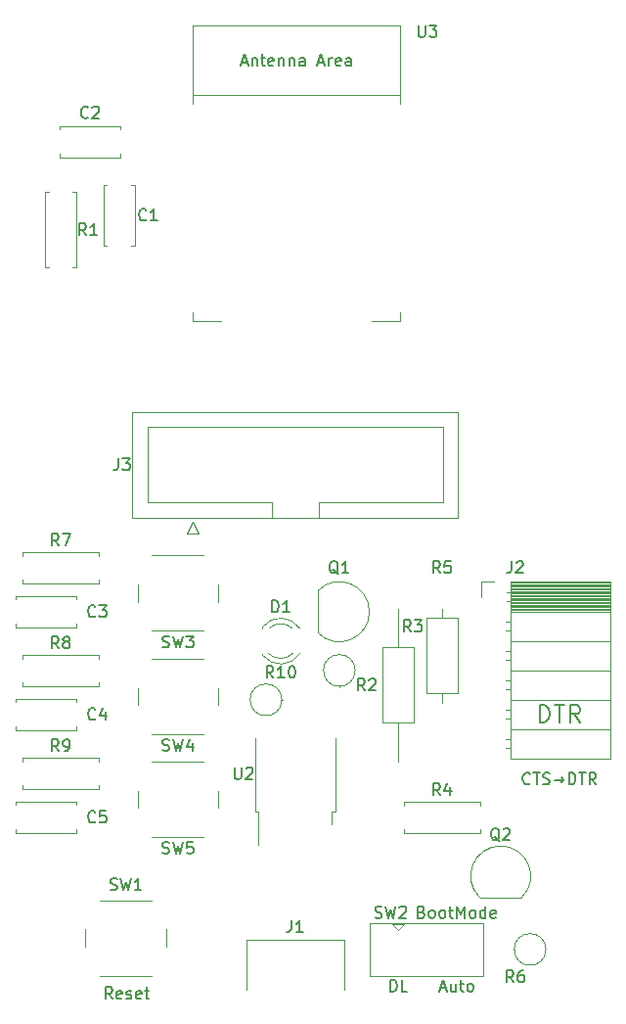
<source format=gbr>
%TF.GenerationSoftware,KiCad,Pcbnew,7.0.7*%
%TF.CreationDate,2024-10-11T15:58:01+09:00*%
%TF.ProjectId,ESP32-hub75,45535033-322d-4687-9562-37352e6b6963,rev?*%
%TF.SameCoordinates,Original*%
%TF.FileFunction,Legend,Top*%
%TF.FilePolarity,Positive*%
%FSLAX46Y46*%
G04 Gerber Fmt 4.6, Leading zero omitted, Abs format (unit mm)*
G04 Created by KiCad (PCBNEW 7.0.7) date 2024-10-11 15:58:01*
%MOMM*%
%LPD*%
G01*
G04 APERTURE LIST*
%ADD10C,0.150000*%
%ADD11C,0.200000*%
%ADD12C,0.120000*%
G04 APERTURE END LIST*
D10*
X69513333Y-84274819D02*
X69180000Y-83798628D01*
X68941905Y-84274819D02*
X68941905Y-83274819D01*
X68941905Y-83274819D02*
X69322857Y-83274819D01*
X69322857Y-83274819D02*
X69418095Y-83322438D01*
X69418095Y-83322438D02*
X69465714Y-83370057D01*
X69465714Y-83370057D02*
X69513333Y-83465295D01*
X69513333Y-83465295D02*
X69513333Y-83608152D01*
X69513333Y-83608152D02*
X69465714Y-83703390D01*
X69465714Y-83703390D02*
X69418095Y-83751009D01*
X69418095Y-83751009D02*
X69322857Y-83798628D01*
X69322857Y-83798628D02*
X68941905Y-83798628D01*
X69894286Y-83370057D02*
X69941905Y-83322438D01*
X69941905Y-83322438D02*
X70037143Y-83274819D01*
X70037143Y-83274819D02*
X70275238Y-83274819D01*
X70275238Y-83274819D02*
X70370476Y-83322438D01*
X70370476Y-83322438D02*
X70418095Y-83370057D01*
X70418095Y-83370057D02*
X70465714Y-83465295D01*
X70465714Y-83465295D02*
X70465714Y-83560533D01*
X70465714Y-83560533D02*
X70418095Y-83703390D01*
X70418095Y-83703390D02*
X69846667Y-84274819D01*
X69846667Y-84274819D02*
X70465714Y-84274819D01*
X47486667Y-101499200D02*
X47629524Y-101546819D01*
X47629524Y-101546819D02*
X47867619Y-101546819D01*
X47867619Y-101546819D02*
X47962857Y-101499200D01*
X47962857Y-101499200D02*
X48010476Y-101451580D01*
X48010476Y-101451580D02*
X48058095Y-101356342D01*
X48058095Y-101356342D02*
X48058095Y-101261104D01*
X48058095Y-101261104D02*
X48010476Y-101165866D01*
X48010476Y-101165866D02*
X47962857Y-101118247D01*
X47962857Y-101118247D02*
X47867619Y-101070628D01*
X47867619Y-101070628D02*
X47677143Y-101023009D01*
X47677143Y-101023009D02*
X47581905Y-100975390D01*
X47581905Y-100975390D02*
X47534286Y-100927771D01*
X47534286Y-100927771D02*
X47486667Y-100832533D01*
X47486667Y-100832533D02*
X47486667Y-100737295D01*
X47486667Y-100737295D02*
X47534286Y-100642057D01*
X47534286Y-100642057D02*
X47581905Y-100594438D01*
X47581905Y-100594438D02*
X47677143Y-100546819D01*
X47677143Y-100546819D02*
X47915238Y-100546819D01*
X47915238Y-100546819D02*
X48058095Y-100594438D01*
X48391429Y-100546819D02*
X48629524Y-101546819D01*
X48629524Y-101546819D02*
X48820000Y-100832533D01*
X48820000Y-100832533D02*
X49010476Y-101546819D01*
X49010476Y-101546819D02*
X49248572Y-100546819D01*
X50153333Y-101546819D02*
X49581905Y-101546819D01*
X49867619Y-101546819D02*
X49867619Y-100546819D01*
X49867619Y-100546819D02*
X49772381Y-100689676D01*
X49772381Y-100689676D02*
X49677143Y-100784914D01*
X49677143Y-100784914D02*
X49581905Y-100832533D01*
X47656904Y-110944819D02*
X47323571Y-110468628D01*
X47085476Y-110944819D02*
X47085476Y-109944819D01*
X47085476Y-109944819D02*
X47466428Y-109944819D01*
X47466428Y-109944819D02*
X47561666Y-109992438D01*
X47561666Y-109992438D02*
X47609285Y-110040057D01*
X47609285Y-110040057D02*
X47656904Y-110135295D01*
X47656904Y-110135295D02*
X47656904Y-110278152D01*
X47656904Y-110278152D02*
X47609285Y-110373390D01*
X47609285Y-110373390D02*
X47561666Y-110421009D01*
X47561666Y-110421009D02*
X47466428Y-110468628D01*
X47466428Y-110468628D02*
X47085476Y-110468628D01*
X48466428Y-110897200D02*
X48371190Y-110944819D01*
X48371190Y-110944819D02*
X48180714Y-110944819D01*
X48180714Y-110944819D02*
X48085476Y-110897200D01*
X48085476Y-110897200D02*
X48037857Y-110801961D01*
X48037857Y-110801961D02*
X48037857Y-110421009D01*
X48037857Y-110421009D02*
X48085476Y-110325771D01*
X48085476Y-110325771D02*
X48180714Y-110278152D01*
X48180714Y-110278152D02*
X48371190Y-110278152D01*
X48371190Y-110278152D02*
X48466428Y-110325771D01*
X48466428Y-110325771D02*
X48514047Y-110421009D01*
X48514047Y-110421009D02*
X48514047Y-110516247D01*
X48514047Y-110516247D02*
X48037857Y-110611485D01*
X48895000Y-110897200D02*
X48990238Y-110944819D01*
X48990238Y-110944819D02*
X49180714Y-110944819D01*
X49180714Y-110944819D02*
X49275952Y-110897200D01*
X49275952Y-110897200D02*
X49323571Y-110801961D01*
X49323571Y-110801961D02*
X49323571Y-110754342D01*
X49323571Y-110754342D02*
X49275952Y-110659104D01*
X49275952Y-110659104D02*
X49180714Y-110611485D01*
X49180714Y-110611485D02*
X49037857Y-110611485D01*
X49037857Y-110611485D02*
X48942619Y-110563866D01*
X48942619Y-110563866D02*
X48895000Y-110468628D01*
X48895000Y-110468628D02*
X48895000Y-110421009D01*
X48895000Y-110421009D02*
X48942619Y-110325771D01*
X48942619Y-110325771D02*
X49037857Y-110278152D01*
X49037857Y-110278152D02*
X49180714Y-110278152D01*
X49180714Y-110278152D02*
X49275952Y-110325771D01*
X50133095Y-110897200D02*
X50037857Y-110944819D01*
X50037857Y-110944819D02*
X49847381Y-110944819D01*
X49847381Y-110944819D02*
X49752143Y-110897200D01*
X49752143Y-110897200D02*
X49704524Y-110801961D01*
X49704524Y-110801961D02*
X49704524Y-110421009D01*
X49704524Y-110421009D02*
X49752143Y-110325771D01*
X49752143Y-110325771D02*
X49847381Y-110278152D01*
X49847381Y-110278152D02*
X50037857Y-110278152D01*
X50037857Y-110278152D02*
X50133095Y-110325771D01*
X50133095Y-110325771D02*
X50180714Y-110421009D01*
X50180714Y-110421009D02*
X50180714Y-110516247D01*
X50180714Y-110516247D02*
X49704524Y-110611485D01*
X50466429Y-110278152D02*
X50847381Y-110278152D01*
X50609286Y-109944819D02*
X50609286Y-110801961D01*
X50609286Y-110801961D02*
X50656905Y-110897200D01*
X50656905Y-110897200D02*
X50752143Y-110944819D01*
X50752143Y-110944819D02*
X50847381Y-110944819D01*
X70421667Y-103912200D02*
X70564524Y-103959819D01*
X70564524Y-103959819D02*
X70802619Y-103959819D01*
X70802619Y-103959819D02*
X70897857Y-103912200D01*
X70897857Y-103912200D02*
X70945476Y-103864580D01*
X70945476Y-103864580D02*
X70993095Y-103769342D01*
X70993095Y-103769342D02*
X70993095Y-103674104D01*
X70993095Y-103674104D02*
X70945476Y-103578866D01*
X70945476Y-103578866D02*
X70897857Y-103531247D01*
X70897857Y-103531247D02*
X70802619Y-103483628D01*
X70802619Y-103483628D02*
X70612143Y-103436009D01*
X70612143Y-103436009D02*
X70516905Y-103388390D01*
X70516905Y-103388390D02*
X70469286Y-103340771D01*
X70469286Y-103340771D02*
X70421667Y-103245533D01*
X70421667Y-103245533D02*
X70421667Y-103150295D01*
X70421667Y-103150295D02*
X70469286Y-103055057D01*
X70469286Y-103055057D02*
X70516905Y-103007438D01*
X70516905Y-103007438D02*
X70612143Y-102959819D01*
X70612143Y-102959819D02*
X70850238Y-102959819D01*
X70850238Y-102959819D02*
X70993095Y-103007438D01*
X71326429Y-102959819D02*
X71564524Y-103959819D01*
X71564524Y-103959819D02*
X71755000Y-103245533D01*
X71755000Y-103245533D02*
X71945476Y-103959819D01*
X71945476Y-103959819D02*
X72183572Y-102959819D01*
X72516905Y-103055057D02*
X72564524Y-103007438D01*
X72564524Y-103007438D02*
X72659762Y-102959819D01*
X72659762Y-102959819D02*
X72897857Y-102959819D01*
X72897857Y-102959819D02*
X72993095Y-103007438D01*
X72993095Y-103007438D02*
X73040714Y-103055057D01*
X73040714Y-103055057D02*
X73088333Y-103150295D01*
X73088333Y-103150295D02*
X73088333Y-103245533D01*
X73088333Y-103245533D02*
X73040714Y-103388390D01*
X73040714Y-103388390D02*
X72469286Y-103959819D01*
X72469286Y-103959819D02*
X73088333Y-103959819D01*
X71723333Y-110309819D02*
X71723333Y-109309819D01*
X71723333Y-109309819D02*
X71961428Y-109309819D01*
X71961428Y-109309819D02*
X72104285Y-109357438D01*
X72104285Y-109357438D02*
X72199523Y-109452676D01*
X72199523Y-109452676D02*
X72247142Y-109547914D01*
X72247142Y-109547914D02*
X72294761Y-109738390D01*
X72294761Y-109738390D02*
X72294761Y-109881247D01*
X72294761Y-109881247D02*
X72247142Y-110071723D01*
X72247142Y-110071723D02*
X72199523Y-110166961D01*
X72199523Y-110166961D02*
X72104285Y-110262200D01*
X72104285Y-110262200D02*
X71961428Y-110309819D01*
X71961428Y-110309819D02*
X71723333Y-110309819D01*
X73199523Y-110309819D02*
X72723333Y-110309819D01*
X72723333Y-110309819D02*
X72723333Y-109309819D01*
X76041428Y-110024104D02*
X76517618Y-110024104D01*
X75946190Y-110309819D02*
X76279523Y-109309819D01*
X76279523Y-109309819D02*
X76612856Y-110309819D01*
X77374761Y-109643152D02*
X77374761Y-110309819D01*
X76946190Y-109643152D02*
X76946190Y-110166961D01*
X76946190Y-110166961D02*
X76993809Y-110262200D01*
X76993809Y-110262200D02*
X77089047Y-110309819D01*
X77089047Y-110309819D02*
X77231904Y-110309819D01*
X77231904Y-110309819D02*
X77327142Y-110262200D01*
X77327142Y-110262200D02*
X77374761Y-110214580D01*
X77708095Y-109643152D02*
X78089047Y-109643152D01*
X77850952Y-109309819D02*
X77850952Y-110166961D01*
X77850952Y-110166961D02*
X77898571Y-110262200D01*
X77898571Y-110262200D02*
X77993809Y-110309819D01*
X77993809Y-110309819D02*
X78089047Y-110309819D01*
X78565238Y-110309819D02*
X78470000Y-110262200D01*
X78470000Y-110262200D02*
X78422381Y-110214580D01*
X78422381Y-110214580D02*
X78374762Y-110119342D01*
X78374762Y-110119342D02*
X78374762Y-109833628D01*
X78374762Y-109833628D02*
X78422381Y-109738390D01*
X78422381Y-109738390D02*
X78470000Y-109690771D01*
X78470000Y-109690771D02*
X78565238Y-109643152D01*
X78565238Y-109643152D02*
X78708095Y-109643152D01*
X78708095Y-109643152D02*
X78803333Y-109690771D01*
X78803333Y-109690771D02*
X78850952Y-109738390D01*
X78850952Y-109738390D02*
X78898571Y-109833628D01*
X78898571Y-109833628D02*
X78898571Y-110119342D01*
X78898571Y-110119342D02*
X78850952Y-110214580D01*
X78850952Y-110214580D02*
X78803333Y-110262200D01*
X78803333Y-110262200D02*
X78708095Y-110309819D01*
X78708095Y-110309819D02*
X78565238Y-110309819D01*
X74446190Y-103436009D02*
X74589047Y-103483628D01*
X74589047Y-103483628D02*
X74636666Y-103531247D01*
X74636666Y-103531247D02*
X74684285Y-103626485D01*
X74684285Y-103626485D02*
X74684285Y-103769342D01*
X74684285Y-103769342D02*
X74636666Y-103864580D01*
X74636666Y-103864580D02*
X74589047Y-103912200D01*
X74589047Y-103912200D02*
X74493809Y-103959819D01*
X74493809Y-103959819D02*
X74112857Y-103959819D01*
X74112857Y-103959819D02*
X74112857Y-102959819D01*
X74112857Y-102959819D02*
X74446190Y-102959819D01*
X74446190Y-102959819D02*
X74541428Y-103007438D01*
X74541428Y-103007438D02*
X74589047Y-103055057D01*
X74589047Y-103055057D02*
X74636666Y-103150295D01*
X74636666Y-103150295D02*
X74636666Y-103245533D01*
X74636666Y-103245533D02*
X74589047Y-103340771D01*
X74589047Y-103340771D02*
X74541428Y-103388390D01*
X74541428Y-103388390D02*
X74446190Y-103436009D01*
X74446190Y-103436009D02*
X74112857Y-103436009D01*
X75255714Y-103959819D02*
X75160476Y-103912200D01*
X75160476Y-103912200D02*
X75112857Y-103864580D01*
X75112857Y-103864580D02*
X75065238Y-103769342D01*
X75065238Y-103769342D02*
X75065238Y-103483628D01*
X75065238Y-103483628D02*
X75112857Y-103388390D01*
X75112857Y-103388390D02*
X75160476Y-103340771D01*
X75160476Y-103340771D02*
X75255714Y-103293152D01*
X75255714Y-103293152D02*
X75398571Y-103293152D01*
X75398571Y-103293152D02*
X75493809Y-103340771D01*
X75493809Y-103340771D02*
X75541428Y-103388390D01*
X75541428Y-103388390D02*
X75589047Y-103483628D01*
X75589047Y-103483628D02*
X75589047Y-103769342D01*
X75589047Y-103769342D02*
X75541428Y-103864580D01*
X75541428Y-103864580D02*
X75493809Y-103912200D01*
X75493809Y-103912200D02*
X75398571Y-103959819D01*
X75398571Y-103959819D02*
X75255714Y-103959819D01*
X76160476Y-103959819D02*
X76065238Y-103912200D01*
X76065238Y-103912200D02*
X76017619Y-103864580D01*
X76017619Y-103864580D02*
X75970000Y-103769342D01*
X75970000Y-103769342D02*
X75970000Y-103483628D01*
X75970000Y-103483628D02*
X76017619Y-103388390D01*
X76017619Y-103388390D02*
X76065238Y-103340771D01*
X76065238Y-103340771D02*
X76160476Y-103293152D01*
X76160476Y-103293152D02*
X76303333Y-103293152D01*
X76303333Y-103293152D02*
X76398571Y-103340771D01*
X76398571Y-103340771D02*
X76446190Y-103388390D01*
X76446190Y-103388390D02*
X76493809Y-103483628D01*
X76493809Y-103483628D02*
X76493809Y-103769342D01*
X76493809Y-103769342D02*
X76446190Y-103864580D01*
X76446190Y-103864580D02*
X76398571Y-103912200D01*
X76398571Y-103912200D02*
X76303333Y-103959819D01*
X76303333Y-103959819D02*
X76160476Y-103959819D01*
X76779524Y-103293152D02*
X77160476Y-103293152D01*
X76922381Y-102959819D02*
X76922381Y-103816961D01*
X76922381Y-103816961D02*
X76970000Y-103912200D01*
X76970000Y-103912200D02*
X77065238Y-103959819D01*
X77065238Y-103959819D02*
X77160476Y-103959819D01*
X77493810Y-103959819D02*
X77493810Y-102959819D01*
X77493810Y-102959819D02*
X77827143Y-103674104D01*
X77827143Y-103674104D02*
X78160476Y-102959819D01*
X78160476Y-102959819D02*
X78160476Y-103959819D01*
X78779524Y-103959819D02*
X78684286Y-103912200D01*
X78684286Y-103912200D02*
X78636667Y-103864580D01*
X78636667Y-103864580D02*
X78589048Y-103769342D01*
X78589048Y-103769342D02*
X78589048Y-103483628D01*
X78589048Y-103483628D02*
X78636667Y-103388390D01*
X78636667Y-103388390D02*
X78684286Y-103340771D01*
X78684286Y-103340771D02*
X78779524Y-103293152D01*
X78779524Y-103293152D02*
X78922381Y-103293152D01*
X78922381Y-103293152D02*
X79017619Y-103340771D01*
X79017619Y-103340771D02*
X79065238Y-103388390D01*
X79065238Y-103388390D02*
X79112857Y-103483628D01*
X79112857Y-103483628D02*
X79112857Y-103769342D01*
X79112857Y-103769342D02*
X79065238Y-103864580D01*
X79065238Y-103864580D02*
X79017619Y-103912200D01*
X79017619Y-103912200D02*
X78922381Y-103959819D01*
X78922381Y-103959819D02*
X78779524Y-103959819D01*
X79970000Y-103959819D02*
X79970000Y-102959819D01*
X79970000Y-103912200D02*
X79874762Y-103959819D01*
X79874762Y-103959819D02*
X79684286Y-103959819D01*
X79684286Y-103959819D02*
X79589048Y-103912200D01*
X79589048Y-103912200D02*
X79541429Y-103864580D01*
X79541429Y-103864580D02*
X79493810Y-103769342D01*
X79493810Y-103769342D02*
X79493810Y-103483628D01*
X79493810Y-103483628D02*
X79541429Y-103388390D01*
X79541429Y-103388390D02*
X79589048Y-103340771D01*
X79589048Y-103340771D02*
X79684286Y-103293152D01*
X79684286Y-103293152D02*
X79874762Y-103293152D01*
X79874762Y-103293152D02*
X79970000Y-103340771D01*
X80827143Y-103912200D02*
X80731905Y-103959819D01*
X80731905Y-103959819D02*
X80541429Y-103959819D01*
X80541429Y-103959819D02*
X80446191Y-103912200D01*
X80446191Y-103912200D02*
X80398572Y-103816961D01*
X80398572Y-103816961D02*
X80398572Y-103436009D01*
X80398572Y-103436009D02*
X80446191Y-103340771D01*
X80446191Y-103340771D02*
X80541429Y-103293152D01*
X80541429Y-103293152D02*
X80731905Y-103293152D01*
X80731905Y-103293152D02*
X80827143Y-103340771D01*
X80827143Y-103340771D02*
X80874762Y-103436009D01*
X80874762Y-103436009D02*
X80874762Y-103531247D01*
X80874762Y-103531247D02*
X80398572Y-103626485D01*
X74168095Y-26759819D02*
X74168095Y-27569342D01*
X74168095Y-27569342D02*
X74215714Y-27664580D01*
X74215714Y-27664580D02*
X74263333Y-27712200D01*
X74263333Y-27712200D02*
X74358571Y-27759819D01*
X74358571Y-27759819D02*
X74549047Y-27759819D01*
X74549047Y-27759819D02*
X74644285Y-27712200D01*
X74644285Y-27712200D02*
X74691904Y-27664580D01*
X74691904Y-27664580D02*
X74739523Y-27569342D01*
X74739523Y-27569342D02*
X74739523Y-26759819D01*
X75120476Y-26759819D02*
X75739523Y-26759819D01*
X75739523Y-26759819D02*
X75406190Y-27140771D01*
X75406190Y-27140771D02*
X75549047Y-27140771D01*
X75549047Y-27140771D02*
X75644285Y-27188390D01*
X75644285Y-27188390D02*
X75691904Y-27236009D01*
X75691904Y-27236009D02*
X75739523Y-27331247D01*
X75739523Y-27331247D02*
X75739523Y-27569342D01*
X75739523Y-27569342D02*
X75691904Y-27664580D01*
X75691904Y-27664580D02*
X75644285Y-27712200D01*
X75644285Y-27712200D02*
X75549047Y-27759819D01*
X75549047Y-27759819D02*
X75263333Y-27759819D01*
X75263333Y-27759819D02*
X75168095Y-27712200D01*
X75168095Y-27712200D02*
X75120476Y-27664580D01*
X58838094Y-29969104D02*
X59314284Y-29969104D01*
X58742856Y-30254819D02*
X59076189Y-29254819D01*
X59076189Y-29254819D02*
X59409522Y-30254819D01*
X59742856Y-29588152D02*
X59742856Y-30254819D01*
X59742856Y-29683390D02*
X59790475Y-29635771D01*
X59790475Y-29635771D02*
X59885713Y-29588152D01*
X59885713Y-29588152D02*
X60028570Y-29588152D01*
X60028570Y-29588152D02*
X60123808Y-29635771D01*
X60123808Y-29635771D02*
X60171427Y-29731009D01*
X60171427Y-29731009D02*
X60171427Y-30254819D01*
X60504761Y-29588152D02*
X60885713Y-29588152D01*
X60647618Y-29254819D02*
X60647618Y-30111961D01*
X60647618Y-30111961D02*
X60695237Y-30207200D01*
X60695237Y-30207200D02*
X60790475Y-30254819D01*
X60790475Y-30254819D02*
X60885713Y-30254819D01*
X61599999Y-30207200D02*
X61504761Y-30254819D01*
X61504761Y-30254819D02*
X61314285Y-30254819D01*
X61314285Y-30254819D02*
X61219047Y-30207200D01*
X61219047Y-30207200D02*
X61171428Y-30111961D01*
X61171428Y-30111961D02*
X61171428Y-29731009D01*
X61171428Y-29731009D02*
X61219047Y-29635771D01*
X61219047Y-29635771D02*
X61314285Y-29588152D01*
X61314285Y-29588152D02*
X61504761Y-29588152D01*
X61504761Y-29588152D02*
X61599999Y-29635771D01*
X61599999Y-29635771D02*
X61647618Y-29731009D01*
X61647618Y-29731009D02*
X61647618Y-29826247D01*
X61647618Y-29826247D02*
X61171428Y-29921485D01*
X62076190Y-29588152D02*
X62076190Y-30254819D01*
X62076190Y-29683390D02*
X62123809Y-29635771D01*
X62123809Y-29635771D02*
X62219047Y-29588152D01*
X62219047Y-29588152D02*
X62361904Y-29588152D01*
X62361904Y-29588152D02*
X62457142Y-29635771D01*
X62457142Y-29635771D02*
X62504761Y-29731009D01*
X62504761Y-29731009D02*
X62504761Y-30254819D01*
X62980952Y-29588152D02*
X62980952Y-30254819D01*
X62980952Y-29683390D02*
X63028571Y-29635771D01*
X63028571Y-29635771D02*
X63123809Y-29588152D01*
X63123809Y-29588152D02*
X63266666Y-29588152D01*
X63266666Y-29588152D02*
X63361904Y-29635771D01*
X63361904Y-29635771D02*
X63409523Y-29731009D01*
X63409523Y-29731009D02*
X63409523Y-30254819D01*
X64314285Y-30254819D02*
X64314285Y-29731009D01*
X64314285Y-29731009D02*
X64266666Y-29635771D01*
X64266666Y-29635771D02*
X64171428Y-29588152D01*
X64171428Y-29588152D02*
X63980952Y-29588152D01*
X63980952Y-29588152D02*
X63885714Y-29635771D01*
X64314285Y-30207200D02*
X64219047Y-30254819D01*
X64219047Y-30254819D02*
X63980952Y-30254819D01*
X63980952Y-30254819D02*
X63885714Y-30207200D01*
X63885714Y-30207200D02*
X63838095Y-30111961D01*
X63838095Y-30111961D02*
X63838095Y-30016723D01*
X63838095Y-30016723D02*
X63885714Y-29921485D01*
X63885714Y-29921485D02*
X63980952Y-29873866D01*
X63980952Y-29873866D02*
X64219047Y-29873866D01*
X64219047Y-29873866D02*
X64314285Y-29826247D01*
X65504762Y-29969104D02*
X65980952Y-29969104D01*
X65409524Y-30254819D02*
X65742857Y-29254819D01*
X65742857Y-29254819D02*
X66076190Y-30254819D01*
X66409524Y-30254819D02*
X66409524Y-29588152D01*
X66409524Y-29778628D02*
X66457143Y-29683390D01*
X66457143Y-29683390D02*
X66504762Y-29635771D01*
X66504762Y-29635771D02*
X66600000Y-29588152D01*
X66600000Y-29588152D02*
X66695238Y-29588152D01*
X67409524Y-30207200D02*
X67314286Y-30254819D01*
X67314286Y-30254819D02*
X67123810Y-30254819D01*
X67123810Y-30254819D02*
X67028572Y-30207200D01*
X67028572Y-30207200D02*
X66980953Y-30111961D01*
X66980953Y-30111961D02*
X66980953Y-29731009D01*
X66980953Y-29731009D02*
X67028572Y-29635771D01*
X67028572Y-29635771D02*
X67123810Y-29588152D01*
X67123810Y-29588152D02*
X67314286Y-29588152D01*
X67314286Y-29588152D02*
X67409524Y-29635771D01*
X67409524Y-29635771D02*
X67457143Y-29731009D01*
X67457143Y-29731009D02*
X67457143Y-29826247D01*
X67457143Y-29826247D02*
X66980953Y-29921485D01*
X68314286Y-30254819D02*
X68314286Y-29731009D01*
X68314286Y-29731009D02*
X68266667Y-29635771D01*
X68266667Y-29635771D02*
X68171429Y-29588152D01*
X68171429Y-29588152D02*
X67980953Y-29588152D01*
X67980953Y-29588152D02*
X67885715Y-29635771D01*
X68314286Y-30207200D02*
X68219048Y-30254819D01*
X68219048Y-30254819D02*
X67980953Y-30254819D01*
X67980953Y-30254819D02*
X67885715Y-30207200D01*
X67885715Y-30207200D02*
X67838096Y-30111961D01*
X67838096Y-30111961D02*
X67838096Y-30016723D01*
X67838096Y-30016723D02*
X67885715Y-29921485D01*
X67885715Y-29921485D02*
X67980953Y-29873866D01*
X67980953Y-29873866D02*
X68219048Y-29873866D01*
X68219048Y-29873866D02*
X68314286Y-29826247D01*
X46188333Y-86719580D02*
X46140714Y-86767200D01*
X46140714Y-86767200D02*
X45997857Y-86814819D01*
X45997857Y-86814819D02*
X45902619Y-86814819D01*
X45902619Y-86814819D02*
X45759762Y-86767200D01*
X45759762Y-86767200D02*
X45664524Y-86671961D01*
X45664524Y-86671961D02*
X45616905Y-86576723D01*
X45616905Y-86576723D02*
X45569286Y-86386247D01*
X45569286Y-86386247D02*
X45569286Y-86243390D01*
X45569286Y-86243390D02*
X45616905Y-86052914D01*
X45616905Y-86052914D02*
X45664524Y-85957676D01*
X45664524Y-85957676D02*
X45759762Y-85862438D01*
X45759762Y-85862438D02*
X45902619Y-85814819D01*
X45902619Y-85814819D02*
X45997857Y-85814819D01*
X45997857Y-85814819D02*
X46140714Y-85862438D01*
X46140714Y-85862438D02*
X46188333Y-85910057D01*
X47045476Y-86148152D02*
X47045476Y-86814819D01*
X46807381Y-85767200D02*
X46569286Y-86481485D01*
X46569286Y-86481485D02*
X47188333Y-86481485D01*
X45553333Y-34689580D02*
X45505714Y-34737200D01*
X45505714Y-34737200D02*
X45362857Y-34784819D01*
X45362857Y-34784819D02*
X45267619Y-34784819D01*
X45267619Y-34784819D02*
X45124762Y-34737200D01*
X45124762Y-34737200D02*
X45029524Y-34641961D01*
X45029524Y-34641961D02*
X44981905Y-34546723D01*
X44981905Y-34546723D02*
X44934286Y-34356247D01*
X44934286Y-34356247D02*
X44934286Y-34213390D01*
X44934286Y-34213390D02*
X44981905Y-34022914D01*
X44981905Y-34022914D02*
X45029524Y-33927676D01*
X45029524Y-33927676D02*
X45124762Y-33832438D01*
X45124762Y-33832438D02*
X45267619Y-33784819D01*
X45267619Y-33784819D02*
X45362857Y-33784819D01*
X45362857Y-33784819D02*
X45505714Y-33832438D01*
X45505714Y-33832438D02*
X45553333Y-33880057D01*
X45934286Y-33880057D02*
X45981905Y-33832438D01*
X45981905Y-33832438D02*
X46077143Y-33784819D01*
X46077143Y-33784819D02*
X46315238Y-33784819D01*
X46315238Y-33784819D02*
X46410476Y-33832438D01*
X46410476Y-33832438D02*
X46458095Y-33880057D01*
X46458095Y-33880057D02*
X46505714Y-33975295D01*
X46505714Y-33975295D02*
X46505714Y-34070533D01*
X46505714Y-34070533D02*
X46458095Y-34213390D01*
X46458095Y-34213390D02*
X45886667Y-34784819D01*
X45886667Y-34784819D02*
X46505714Y-34784819D01*
X63166666Y-104174819D02*
X63166666Y-104889104D01*
X63166666Y-104889104D02*
X63119047Y-105031961D01*
X63119047Y-105031961D02*
X63023809Y-105127200D01*
X63023809Y-105127200D02*
X62880952Y-105174819D01*
X62880952Y-105174819D02*
X62785714Y-105174819D01*
X64166666Y-105174819D02*
X63595238Y-105174819D01*
X63880952Y-105174819D02*
X63880952Y-104174819D01*
X63880952Y-104174819D02*
X63785714Y-104317676D01*
X63785714Y-104317676D02*
X63690476Y-104412914D01*
X63690476Y-104412914D02*
X63595238Y-104460533D01*
X82383333Y-109504819D02*
X82050000Y-109028628D01*
X81811905Y-109504819D02*
X81811905Y-108504819D01*
X81811905Y-108504819D02*
X82192857Y-108504819D01*
X82192857Y-108504819D02*
X82288095Y-108552438D01*
X82288095Y-108552438D02*
X82335714Y-108600057D01*
X82335714Y-108600057D02*
X82383333Y-108695295D01*
X82383333Y-108695295D02*
X82383333Y-108838152D01*
X82383333Y-108838152D02*
X82335714Y-108933390D01*
X82335714Y-108933390D02*
X82288095Y-108981009D01*
X82288095Y-108981009D02*
X82192857Y-109028628D01*
X82192857Y-109028628D02*
X81811905Y-109028628D01*
X83240476Y-108504819D02*
X83050000Y-108504819D01*
X83050000Y-108504819D02*
X82954762Y-108552438D01*
X82954762Y-108552438D02*
X82907143Y-108600057D01*
X82907143Y-108600057D02*
X82811905Y-108742914D01*
X82811905Y-108742914D02*
X82764286Y-108933390D01*
X82764286Y-108933390D02*
X82764286Y-109314342D01*
X82764286Y-109314342D02*
X82811905Y-109409580D01*
X82811905Y-109409580D02*
X82859524Y-109457200D01*
X82859524Y-109457200D02*
X82954762Y-109504819D01*
X82954762Y-109504819D02*
X83145238Y-109504819D01*
X83145238Y-109504819D02*
X83240476Y-109457200D01*
X83240476Y-109457200D02*
X83288095Y-109409580D01*
X83288095Y-109409580D02*
X83335714Y-109314342D01*
X83335714Y-109314342D02*
X83335714Y-109076247D01*
X83335714Y-109076247D02*
X83288095Y-108981009D01*
X83288095Y-108981009D02*
X83240476Y-108933390D01*
X83240476Y-108933390D02*
X83145238Y-108885771D01*
X83145238Y-108885771D02*
X82954762Y-108885771D01*
X82954762Y-108885771D02*
X82859524Y-108933390D01*
X82859524Y-108933390D02*
X82811905Y-108981009D01*
X82811905Y-108981009D02*
X82764286Y-109076247D01*
X46188333Y-77829580D02*
X46140714Y-77877200D01*
X46140714Y-77877200D02*
X45997857Y-77924819D01*
X45997857Y-77924819D02*
X45902619Y-77924819D01*
X45902619Y-77924819D02*
X45759762Y-77877200D01*
X45759762Y-77877200D02*
X45664524Y-77781961D01*
X45664524Y-77781961D02*
X45616905Y-77686723D01*
X45616905Y-77686723D02*
X45569286Y-77496247D01*
X45569286Y-77496247D02*
X45569286Y-77353390D01*
X45569286Y-77353390D02*
X45616905Y-77162914D01*
X45616905Y-77162914D02*
X45664524Y-77067676D01*
X45664524Y-77067676D02*
X45759762Y-76972438D01*
X45759762Y-76972438D02*
X45902619Y-76924819D01*
X45902619Y-76924819D02*
X45997857Y-76924819D01*
X45997857Y-76924819D02*
X46140714Y-76972438D01*
X46140714Y-76972438D02*
X46188333Y-77020057D01*
X46521667Y-76924819D02*
X47140714Y-76924819D01*
X47140714Y-76924819D02*
X46807381Y-77305771D01*
X46807381Y-77305771D02*
X46950238Y-77305771D01*
X46950238Y-77305771D02*
X47045476Y-77353390D01*
X47045476Y-77353390D02*
X47093095Y-77401009D01*
X47093095Y-77401009D02*
X47140714Y-77496247D01*
X47140714Y-77496247D02*
X47140714Y-77734342D01*
X47140714Y-77734342D02*
X47093095Y-77829580D01*
X47093095Y-77829580D02*
X47045476Y-77877200D01*
X47045476Y-77877200D02*
X46950238Y-77924819D01*
X46950238Y-77924819D02*
X46664524Y-77924819D01*
X46664524Y-77924819D02*
X46569286Y-77877200D01*
X46569286Y-77877200D02*
X46521667Y-77829580D01*
X46188333Y-95609580D02*
X46140714Y-95657200D01*
X46140714Y-95657200D02*
X45997857Y-95704819D01*
X45997857Y-95704819D02*
X45902619Y-95704819D01*
X45902619Y-95704819D02*
X45759762Y-95657200D01*
X45759762Y-95657200D02*
X45664524Y-95561961D01*
X45664524Y-95561961D02*
X45616905Y-95466723D01*
X45616905Y-95466723D02*
X45569286Y-95276247D01*
X45569286Y-95276247D02*
X45569286Y-95133390D01*
X45569286Y-95133390D02*
X45616905Y-94942914D01*
X45616905Y-94942914D02*
X45664524Y-94847676D01*
X45664524Y-94847676D02*
X45759762Y-94752438D01*
X45759762Y-94752438D02*
X45902619Y-94704819D01*
X45902619Y-94704819D02*
X45997857Y-94704819D01*
X45997857Y-94704819D02*
X46140714Y-94752438D01*
X46140714Y-94752438D02*
X46188333Y-94800057D01*
X47093095Y-94704819D02*
X46616905Y-94704819D01*
X46616905Y-94704819D02*
X46569286Y-95181009D01*
X46569286Y-95181009D02*
X46616905Y-95133390D01*
X46616905Y-95133390D02*
X46712143Y-95085771D01*
X46712143Y-95085771D02*
X46950238Y-95085771D01*
X46950238Y-95085771D02*
X47045476Y-95133390D01*
X47045476Y-95133390D02*
X47093095Y-95181009D01*
X47093095Y-95181009D02*
X47140714Y-95276247D01*
X47140714Y-95276247D02*
X47140714Y-95514342D01*
X47140714Y-95514342D02*
X47093095Y-95609580D01*
X47093095Y-95609580D02*
X47045476Y-95657200D01*
X47045476Y-95657200D02*
X46950238Y-95704819D01*
X46950238Y-95704819D02*
X46712143Y-95704819D01*
X46712143Y-95704819D02*
X46616905Y-95657200D01*
X46616905Y-95657200D02*
X46569286Y-95609580D01*
X61491905Y-77504819D02*
X61491905Y-76504819D01*
X61491905Y-76504819D02*
X61730000Y-76504819D01*
X61730000Y-76504819D02*
X61872857Y-76552438D01*
X61872857Y-76552438D02*
X61968095Y-76647676D01*
X61968095Y-76647676D02*
X62015714Y-76742914D01*
X62015714Y-76742914D02*
X62063333Y-76933390D01*
X62063333Y-76933390D02*
X62063333Y-77076247D01*
X62063333Y-77076247D02*
X62015714Y-77266723D01*
X62015714Y-77266723D02*
X61968095Y-77361961D01*
X61968095Y-77361961D02*
X61872857Y-77457200D01*
X61872857Y-77457200D02*
X61730000Y-77504819D01*
X61730000Y-77504819D02*
X61491905Y-77504819D01*
X63015714Y-77504819D02*
X62444286Y-77504819D01*
X62730000Y-77504819D02*
X62730000Y-76504819D01*
X62730000Y-76504819D02*
X62634762Y-76647676D01*
X62634762Y-76647676D02*
X62539524Y-76742914D01*
X62539524Y-76742914D02*
X62444286Y-76790533D01*
X52006667Y-98347200D02*
X52149524Y-98394819D01*
X52149524Y-98394819D02*
X52387619Y-98394819D01*
X52387619Y-98394819D02*
X52482857Y-98347200D01*
X52482857Y-98347200D02*
X52530476Y-98299580D01*
X52530476Y-98299580D02*
X52578095Y-98204342D01*
X52578095Y-98204342D02*
X52578095Y-98109104D01*
X52578095Y-98109104D02*
X52530476Y-98013866D01*
X52530476Y-98013866D02*
X52482857Y-97966247D01*
X52482857Y-97966247D02*
X52387619Y-97918628D01*
X52387619Y-97918628D02*
X52197143Y-97871009D01*
X52197143Y-97871009D02*
X52101905Y-97823390D01*
X52101905Y-97823390D02*
X52054286Y-97775771D01*
X52054286Y-97775771D02*
X52006667Y-97680533D01*
X52006667Y-97680533D02*
X52006667Y-97585295D01*
X52006667Y-97585295D02*
X52054286Y-97490057D01*
X52054286Y-97490057D02*
X52101905Y-97442438D01*
X52101905Y-97442438D02*
X52197143Y-97394819D01*
X52197143Y-97394819D02*
X52435238Y-97394819D01*
X52435238Y-97394819D02*
X52578095Y-97442438D01*
X52911429Y-97394819D02*
X53149524Y-98394819D01*
X53149524Y-98394819D02*
X53340000Y-97680533D01*
X53340000Y-97680533D02*
X53530476Y-98394819D01*
X53530476Y-98394819D02*
X53768572Y-97394819D01*
X54625714Y-97394819D02*
X54149524Y-97394819D01*
X54149524Y-97394819D02*
X54101905Y-97871009D01*
X54101905Y-97871009D02*
X54149524Y-97823390D01*
X54149524Y-97823390D02*
X54244762Y-97775771D01*
X54244762Y-97775771D02*
X54482857Y-97775771D01*
X54482857Y-97775771D02*
X54578095Y-97823390D01*
X54578095Y-97823390D02*
X54625714Y-97871009D01*
X54625714Y-97871009D02*
X54673333Y-97966247D01*
X54673333Y-97966247D02*
X54673333Y-98204342D01*
X54673333Y-98204342D02*
X54625714Y-98299580D01*
X54625714Y-98299580D02*
X54578095Y-98347200D01*
X54578095Y-98347200D02*
X54482857Y-98394819D01*
X54482857Y-98394819D02*
X54244762Y-98394819D01*
X54244762Y-98394819D02*
X54149524Y-98347200D01*
X54149524Y-98347200D02*
X54101905Y-98299580D01*
X48176666Y-64224819D02*
X48176666Y-64939104D01*
X48176666Y-64939104D02*
X48129047Y-65081961D01*
X48129047Y-65081961D02*
X48033809Y-65177200D01*
X48033809Y-65177200D02*
X47890952Y-65224819D01*
X47890952Y-65224819D02*
X47795714Y-65224819D01*
X48557619Y-64224819D02*
X49176666Y-64224819D01*
X49176666Y-64224819D02*
X48843333Y-64605771D01*
X48843333Y-64605771D02*
X48986190Y-64605771D01*
X48986190Y-64605771D02*
X49081428Y-64653390D01*
X49081428Y-64653390D02*
X49129047Y-64701009D01*
X49129047Y-64701009D02*
X49176666Y-64796247D01*
X49176666Y-64796247D02*
X49176666Y-65034342D01*
X49176666Y-65034342D02*
X49129047Y-65129580D01*
X49129047Y-65129580D02*
X49081428Y-65177200D01*
X49081428Y-65177200D02*
X48986190Y-65224819D01*
X48986190Y-65224819D02*
X48700476Y-65224819D01*
X48700476Y-65224819D02*
X48605238Y-65177200D01*
X48605238Y-65177200D02*
X48557619Y-65129580D01*
X43013333Y-71744819D02*
X42680000Y-71268628D01*
X42441905Y-71744819D02*
X42441905Y-70744819D01*
X42441905Y-70744819D02*
X42822857Y-70744819D01*
X42822857Y-70744819D02*
X42918095Y-70792438D01*
X42918095Y-70792438D02*
X42965714Y-70840057D01*
X42965714Y-70840057D02*
X43013333Y-70935295D01*
X43013333Y-70935295D02*
X43013333Y-71078152D01*
X43013333Y-71078152D02*
X42965714Y-71173390D01*
X42965714Y-71173390D02*
X42918095Y-71221009D01*
X42918095Y-71221009D02*
X42822857Y-71268628D01*
X42822857Y-71268628D02*
X42441905Y-71268628D01*
X43346667Y-70744819D02*
X44013333Y-70744819D01*
X44013333Y-70744819D02*
X43584762Y-71744819D01*
X76033333Y-74114819D02*
X75700000Y-73638628D01*
X75461905Y-74114819D02*
X75461905Y-73114819D01*
X75461905Y-73114819D02*
X75842857Y-73114819D01*
X75842857Y-73114819D02*
X75938095Y-73162438D01*
X75938095Y-73162438D02*
X75985714Y-73210057D01*
X75985714Y-73210057D02*
X76033333Y-73305295D01*
X76033333Y-73305295D02*
X76033333Y-73448152D01*
X76033333Y-73448152D02*
X75985714Y-73543390D01*
X75985714Y-73543390D02*
X75938095Y-73591009D01*
X75938095Y-73591009D02*
X75842857Y-73638628D01*
X75842857Y-73638628D02*
X75461905Y-73638628D01*
X76938095Y-73114819D02*
X76461905Y-73114819D01*
X76461905Y-73114819D02*
X76414286Y-73591009D01*
X76414286Y-73591009D02*
X76461905Y-73543390D01*
X76461905Y-73543390D02*
X76557143Y-73495771D01*
X76557143Y-73495771D02*
X76795238Y-73495771D01*
X76795238Y-73495771D02*
X76890476Y-73543390D01*
X76890476Y-73543390D02*
X76938095Y-73591009D01*
X76938095Y-73591009D02*
X76985714Y-73686247D01*
X76985714Y-73686247D02*
X76985714Y-73924342D01*
X76985714Y-73924342D02*
X76938095Y-74019580D01*
X76938095Y-74019580D02*
X76890476Y-74067200D01*
X76890476Y-74067200D02*
X76795238Y-74114819D01*
X76795238Y-74114819D02*
X76557143Y-74114819D01*
X76557143Y-74114819D02*
X76461905Y-74067200D01*
X76461905Y-74067200D02*
X76414286Y-74019580D01*
X82216666Y-73114819D02*
X82216666Y-73829104D01*
X82216666Y-73829104D02*
X82169047Y-73971961D01*
X82169047Y-73971961D02*
X82073809Y-74067200D01*
X82073809Y-74067200D02*
X81930952Y-74114819D01*
X81930952Y-74114819D02*
X81835714Y-74114819D01*
X82645238Y-73210057D02*
X82692857Y-73162438D01*
X82692857Y-73162438D02*
X82788095Y-73114819D01*
X82788095Y-73114819D02*
X83026190Y-73114819D01*
X83026190Y-73114819D02*
X83121428Y-73162438D01*
X83121428Y-73162438D02*
X83169047Y-73210057D01*
X83169047Y-73210057D02*
X83216666Y-73305295D01*
X83216666Y-73305295D02*
X83216666Y-73400533D01*
X83216666Y-73400533D02*
X83169047Y-73543390D01*
X83169047Y-73543390D02*
X82597619Y-74114819D01*
X82597619Y-74114819D02*
X83216666Y-74114819D01*
D11*
X84645714Y-87043528D02*
X84645714Y-85543528D01*
X84645714Y-85543528D02*
X85002857Y-85543528D01*
X85002857Y-85543528D02*
X85217143Y-85614957D01*
X85217143Y-85614957D02*
X85360000Y-85757814D01*
X85360000Y-85757814D02*
X85431429Y-85900671D01*
X85431429Y-85900671D02*
X85502857Y-86186385D01*
X85502857Y-86186385D02*
X85502857Y-86400671D01*
X85502857Y-86400671D02*
X85431429Y-86686385D01*
X85431429Y-86686385D02*
X85360000Y-86829242D01*
X85360000Y-86829242D02*
X85217143Y-86972100D01*
X85217143Y-86972100D02*
X85002857Y-87043528D01*
X85002857Y-87043528D02*
X84645714Y-87043528D01*
X85931429Y-85543528D02*
X86788572Y-85543528D01*
X86360000Y-87043528D02*
X86360000Y-85543528D01*
X88145714Y-87043528D02*
X87645714Y-86329242D01*
X87288571Y-87043528D02*
X87288571Y-85543528D01*
X87288571Y-85543528D02*
X87860000Y-85543528D01*
X87860000Y-85543528D02*
X88002857Y-85614957D01*
X88002857Y-85614957D02*
X88074286Y-85686385D01*
X88074286Y-85686385D02*
X88145714Y-85829242D01*
X88145714Y-85829242D02*
X88145714Y-86043528D01*
X88145714Y-86043528D02*
X88074286Y-86186385D01*
X88074286Y-86186385D02*
X88002857Y-86257814D01*
X88002857Y-86257814D02*
X87860000Y-86329242D01*
X87860000Y-86329242D02*
X87288571Y-86329242D01*
D10*
X83812380Y-92307580D02*
X83764761Y-92355200D01*
X83764761Y-92355200D02*
X83621904Y-92402819D01*
X83621904Y-92402819D02*
X83526666Y-92402819D01*
X83526666Y-92402819D02*
X83383809Y-92355200D01*
X83383809Y-92355200D02*
X83288571Y-92259961D01*
X83288571Y-92259961D02*
X83240952Y-92164723D01*
X83240952Y-92164723D02*
X83193333Y-91974247D01*
X83193333Y-91974247D02*
X83193333Y-91831390D01*
X83193333Y-91831390D02*
X83240952Y-91640914D01*
X83240952Y-91640914D02*
X83288571Y-91545676D01*
X83288571Y-91545676D02*
X83383809Y-91450438D01*
X83383809Y-91450438D02*
X83526666Y-91402819D01*
X83526666Y-91402819D02*
X83621904Y-91402819D01*
X83621904Y-91402819D02*
X83764761Y-91450438D01*
X83764761Y-91450438D02*
X83812380Y-91498057D01*
X84098095Y-91402819D02*
X84669523Y-91402819D01*
X84383809Y-92402819D02*
X84383809Y-91402819D01*
X84955238Y-92355200D02*
X85098095Y-92402819D01*
X85098095Y-92402819D02*
X85336190Y-92402819D01*
X85336190Y-92402819D02*
X85431428Y-92355200D01*
X85431428Y-92355200D02*
X85479047Y-92307580D01*
X85479047Y-92307580D02*
X85526666Y-92212342D01*
X85526666Y-92212342D02*
X85526666Y-92117104D01*
X85526666Y-92117104D02*
X85479047Y-92021866D01*
X85479047Y-92021866D02*
X85431428Y-91974247D01*
X85431428Y-91974247D02*
X85336190Y-91926628D01*
X85336190Y-91926628D02*
X85145714Y-91879009D01*
X85145714Y-91879009D02*
X85050476Y-91831390D01*
X85050476Y-91831390D02*
X85002857Y-91783771D01*
X85002857Y-91783771D02*
X84955238Y-91688533D01*
X84955238Y-91688533D02*
X84955238Y-91593295D01*
X84955238Y-91593295D02*
X85002857Y-91498057D01*
X85002857Y-91498057D02*
X85050476Y-91450438D01*
X85050476Y-91450438D02*
X85145714Y-91402819D01*
X85145714Y-91402819D02*
X85383809Y-91402819D01*
X85383809Y-91402819D02*
X85526666Y-91450438D01*
X85955238Y-92021866D02*
X86717143Y-92021866D01*
X86526666Y-92212342D02*
X86717143Y-92021866D01*
X86717143Y-92021866D02*
X86526666Y-91831390D01*
X87193333Y-92402819D02*
X87193333Y-91402819D01*
X87193333Y-91402819D02*
X87431428Y-91402819D01*
X87431428Y-91402819D02*
X87574285Y-91450438D01*
X87574285Y-91450438D02*
X87669523Y-91545676D01*
X87669523Y-91545676D02*
X87717142Y-91640914D01*
X87717142Y-91640914D02*
X87764761Y-91831390D01*
X87764761Y-91831390D02*
X87764761Y-91974247D01*
X87764761Y-91974247D02*
X87717142Y-92164723D01*
X87717142Y-92164723D02*
X87669523Y-92259961D01*
X87669523Y-92259961D02*
X87574285Y-92355200D01*
X87574285Y-92355200D02*
X87431428Y-92402819D01*
X87431428Y-92402819D02*
X87193333Y-92402819D01*
X88050476Y-91402819D02*
X88621904Y-91402819D01*
X88336190Y-92402819D02*
X88336190Y-91402819D01*
X89526666Y-92402819D02*
X89193333Y-91926628D01*
X88955238Y-92402819D02*
X88955238Y-91402819D01*
X88955238Y-91402819D02*
X89336190Y-91402819D01*
X89336190Y-91402819D02*
X89431428Y-91450438D01*
X89431428Y-91450438D02*
X89479047Y-91498057D01*
X89479047Y-91498057D02*
X89526666Y-91593295D01*
X89526666Y-91593295D02*
X89526666Y-91736152D01*
X89526666Y-91736152D02*
X89479047Y-91831390D01*
X89479047Y-91831390D02*
X89431428Y-91879009D01*
X89431428Y-91879009D02*
X89336190Y-91926628D01*
X89336190Y-91926628D02*
X88955238Y-91926628D01*
X52006667Y-80512200D02*
X52149524Y-80559819D01*
X52149524Y-80559819D02*
X52387619Y-80559819D01*
X52387619Y-80559819D02*
X52482857Y-80512200D01*
X52482857Y-80512200D02*
X52530476Y-80464580D01*
X52530476Y-80464580D02*
X52578095Y-80369342D01*
X52578095Y-80369342D02*
X52578095Y-80274104D01*
X52578095Y-80274104D02*
X52530476Y-80178866D01*
X52530476Y-80178866D02*
X52482857Y-80131247D01*
X52482857Y-80131247D02*
X52387619Y-80083628D01*
X52387619Y-80083628D02*
X52197143Y-80036009D01*
X52197143Y-80036009D02*
X52101905Y-79988390D01*
X52101905Y-79988390D02*
X52054286Y-79940771D01*
X52054286Y-79940771D02*
X52006667Y-79845533D01*
X52006667Y-79845533D02*
X52006667Y-79750295D01*
X52006667Y-79750295D02*
X52054286Y-79655057D01*
X52054286Y-79655057D02*
X52101905Y-79607438D01*
X52101905Y-79607438D02*
X52197143Y-79559819D01*
X52197143Y-79559819D02*
X52435238Y-79559819D01*
X52435238Y-79559819D02*
X52578095Y-79607438D01*
X52911429Y-79559819D02*
X53149524Y-80559819D01*
X53149524Y-80559819D02*
X53340000Y-79845533D01*
X53340000Y-79845533D02*
X53530476Y-80559819D01*
X53530476Y-80559819D02*
X53768572Y-79559819D01*
X54054286Y-79559819D02*
X54673333Y-79559819D01*
X54673333Y-79559819D02*
X54340000Y-79940771D01*
X54340000Y-79940771D02*
X54482857Y-79940771D01*
X54482857Y-79940771D02*
X54578095Y-79988390D01*
X54578095Y-79988390D02*
X54625714Y-80036009D01*
X54625714Y-80036009D02*
X54673333Y-80131247D01*
X54673333Y-80131247D02*
X54673333Y-80369342D01*
X54673333Y-80369342D02*
X54625714Y-80464580D01*
X54625714Y-80464580D02*
X54578095Y-80512200D01*
X54578095Y-80512200D02*
X54482857Y-80559819D01*
X54482857Y-80559819D02*
X54197143Y-80559819D01*
X54197143Y-80559819D02*
X54101905Y-80512200D01*
X54101905Y-80512200D02*
X54054286Y-80464580D01*
X45383333Y-44904819D02*
X45050000Y-44428628D01*
X44811905Y-44904819D02*
X44811905Y-43904819D01*
X44811905Y-43904819D02*
X45192857Y-43904819D01*
X45192857Y-43904819D02*
X45288095Y-43952438D01*
X45288095Y-43952438D02*
X45335714Y-44000057D01*
X45335714Y-44000057D02*
X45383333Y-44095295D01*
X45383333Y-44095295D02*
X45383333Y-44238152D01*
X45383333Y-44238152D02*
X45335714Y-44333390D01*
X45335714Y-44333390D02*
X45288095Y-44381009D01*
X45288095Y-44381009D02*
X45192857Y-44428628D01*
X45192857Y-44428628D02*
X44811905Y-44428628D01*
X46335714Y-44904819D02*
X45764286Y-44904819D01*
X46050000Y-44904819D02*
X46050000Y-43904819D01*
X46050000Y-43904819D02*
X45954762Y-44047676D01*
X45954762Y-44047676D02*
X45859524Y-44142914D01*
X45859524Y-44142914D02*
X45764286Y-44190533D01*
X50593333Y-43539580D02*
X50545714Y-43587200D01*
X50545714Y-43587200D02*
X50402857Y-43634819D01*
X50402857Y-43634819D02*
X50307619Y-43634819D01*
X50307619Y-43634819D02*
X50164762Y-43587200D01*
X50164762Y-43587200D02*
X50069524Y-43491961D01*
X50069524Y-43491961D02*
X50021905Y-43396723D01*
X50021905Y-43396723D02*
X49974286Y-43206247D01*
X49974286Y-43206247D02*
X49974286Y-43063390D01*
X49974286Y-43063390D02*
X50021905Y-42872914D01*
X50021905Y-42872914D02*
X50069524Y-42777676D01*
X50069524Y-42777676D02*
X50164762Y-42682438D01*
X50164762Y-42682438D02*
X50307619Y-42634819D01*
X50307619Y-42634819D02*
X50402857Y-42634819D01*
X50402857Y-42634819D02*
X50545714Y-42682438D01*
X50545714Y-42682438D02*
X50593333Y-42730057D01*
X51545714Y-43634819D02*
X50974286Y-43634819D01*
X51260000Y-43634819D02*
X51260000Y-42634819D01*
X51260000Y-42634819D02*
X51164762Y-42777676D01*
X51164762Y-42777676D02*
X51069524Y-42872914D01*
X51069524Y-42872914D02*
X50974286Y-42920533D01*
X76033333Y-93334819D02*
X75700000Y-92858628D01*
X75461905Y-93334819D02*
X75461905Y-92334819D01*
X75461905Y-92334819D02*
X75842857Y-92334819D01*
X75842857Y-92334819D02*
X75938095Y-92382438D01*
X75938095Y-92382438D02*
X75985714Y-92430057D01*
X75985714Y-92430057D02*
X76033333Y-92525295D01*
X76033333Y-92525295D02*
X76033333Y-92668152D01*
X76033333Y-92668152D02*
X75985714Y-92763390D01*
X75985714Y-92763390D02*
X75938095Y-92811009D01*
X75938095Y-92811009D02*
X75842857Y-92858628D01*
X75842857Y-92858628D02*
X75461905Y-92858628D01*
X76890476Y-92668152D02*
X76890476Y-93334819D01*
X76652381Y-92287200D02*
X76414286Y-93001485D01*
X76414286Y-93001485D02*
X77033333Y-93001485D01*
X43013333Y-80634819D02*
X42680000Y-80158628D01*
X42441905Y-80634819D02*
X42441905Y-79634819D01*
X42441905Y-79634819D02*
X42822857Y-79634819D01*
X42822857Y-79634819D02*
X42918095Y-79682438D01*
X42918095Y-79682438D02*
X42965714Y-79730057D01*
X42965714Y-79730057D02*
X43013333Y-79825295D01*
X43013333Y-79825295D02*
X43013333Y-79968152D01*
X43013333Y-79968152D02*
X42965714Y-80063390D01*
X42965714Y-80063390D02*
X42918095Y-80111009D01*
X42918095Y-80111009D02*
X42822857Y-80158628D01*
X42822857Y-80158628D02*
X42441905Y-80158628D01*
X43584762Y-80063390D02*
X43489524Y-80015771D01*
X43489524Y-80015771D02*
X43441905Y-79968152D01*
X43441905Y-79968152D02*
X43394286Y-79872914D01*
X43394286Y-79872914D02*
X43394286Y-79825295D01*
X43394286Y-79825295D02*
X43441905Y-79730057D01*
X43441905Y-79730057D02*
X43489524Y-79682438D01*
X43489524Y-79682438D02*
X43584762Y-79634819D01*
X43584762Y-79634819D02*
X43775238Y-79634819D01*
X43775238Y-79634819D02*
X43870476Y-79682438D01*
X43870476Y-79682438D02*
X43918095Y-79730057D01*
X43918095Y-79730057D02*
X43965714Y-79825295D01*
X43965714Y-79825295D02*
X43965714Y-79872914D01*
X43965714Y-79872914D02*
X43918095Y-79968152D01*
X43918095Y-79968152D02*
X43870476Y-80015771D01*
X43870476Y-80015771D02*
X43775238Y-80063390D01*
X43775238Y-80063390D02*
X43584762Y-80063390D01*
X43584762Y-80063390D02*
X43489524Y-80111009D01*
X43489524Y-80111009D02*
X43441905Y-80158628D01*
X43441905Y-80158628D02*
X43394286Y-80253866D01*
X43394286Y-80253866D02*
X43394286Y-80444342D01*
X43394286Y-80444342D02*
X43441905Y-80539580D01*
X43441905Y-80539580D02*
X43489524Y-80587200D01*
X43489524Y-80587200D02*
X43584762Y-80634819D01*
X43584762Y-80634819D02*
X43775238Y-80634819D01*
X43775238Y-80634819D02*
X43870476Y-80587200D01*
X43870476Y-80587200D02*
X43918095Y-80539580D01*
X43918095Y-80539580D02*
X43965714Y-80444342D01*
X43965714Y-80444342D02*
X43965714Y-80253866D01*
X43965714Y-80253866D02*
X43918095Y-80158628D01*
X43918095Y-80158628D02*
X43870476Y-80111009D01*
X43870476Y-80111009D02*
X43775238Y-80063390D01*
X61587142Y-83174819D02*
X61253809Y-82698628D01*
X61015714Y-83174819D02*
X61015714Y-82174819D01*
X61015714Y-82174819D02*
X61396666Y-82174819D01*
X61396666Y-82174819D02*
X61491904Y-82222438D01*
X61491904Y-82222438D02*
X61539523Y-82270057D01*
X61539523Y-82270057D02*
X61587142Y-82365295D01*
X61587142Y-82365295D02*
X61587142Y-82508152D01*
X61587142Y-82508152D02*
X61539523Y-82603390D01*
X61539523Y-82603390D02*
X61491904Y-82651009D01*
X61491904Y-82651009D02*
X61396666Y-82698628D01*
X61396666Y-82698628D02*
X61015714Y-82698628D01*
X62539523Y-83174819D02*
X61968095Y-83174819D01*
X62253809Y-83174819D02*
X62253809Y-82174819D01*
X62253809Y-82174819D02*
X62158571Y-82317676D01*
X62158571Y-82317676D02*
X62063333Y-82412914D01*
X62063333Y-82412914D02*
X61968095Y-82460533D01*
X63158571Y-82174819D02*
X63253809Y-82174819D01*
X63253809Y-82174819D02*
X63349047Y-82222438D01*
X63349047Y-82222438D02*
X63396666Y-82270057D01*
X63396666Y-82270057D02*
X63444285Y-82365295D01*
X63444285Y-82365295D02*
X63491904Y-82555771D01*
X63491904Y-82555771D02*
X63491904Y-82793866D01*
X63491904Y-82793866D02*
X63444285Y-82984342D01*
X63444285Y-82984342D02*
X63396666Y-83079580D01*
X63396666Y-83079580D02*
X63349047Y-83127200D01*
X63349047Y-83127200D02*
X63253809Y-83174819D01*
X63253809Y-83174819D02*
X63158571Y-83174819D01*
X63158571Y-83174819D02*
X63063333Y-83127200D01*
X63063333Y-83127200D02*
X63015714Y-83079580D01*
X63015714Y-83079580D02*
X62968095Y-82984342D01*
X62968095Y-82984342D02*
X62920476Y-82793866D01*
X62920476Y-82793866D02*
X62920476Y-82555771D01*
X62920476Y-82555771D02*
X62968095Y-82365295D01*
X62968095Y-82365295D02*
X63015714Y-82270057D01*
X63015714Y-82270057D02*
X63063333Y-82222438D01*
X63063333Y-82222438D02*
X63158571Y-82174819D01*
X58238095Y-90934819D02*
X58238095Y-91744342D01*
X58238095Y-91744342D02*
X58285714Y-91839580D01*
X58285714Y-91839580D02*
X58333333Y-91887200D01*
X58333333Y-91887200D02*
X58428571Y-91934819D01*
X58428571Y-91934819D02*
X58619047Y-91934819D01*
X58619047Y-91934819D02*
X58714285Y-91887200D01*
X58714285Y-91887200D02*
X58761904Y-91839580D01*
X58761904Y-91839580D02*
X58809523Y-91744342D01*
X58809523Y-91744342D02*
X58809523Y-90934819D01*
X59238095Y-91030057D02*
X59285714Y-90982438D01*
X59285714Y-90982438D02*
X59380952Y-90934819D01*
X59380952Y-90934819D02*
X59619047Y-90934819D01*
X59619047Y-90934819D02*
X59714285Y-90982438D01*
X59714285Y-90982438D02*
X59761904Y-91030057D01*
X59761904Y-91030057D02*
X59809523Y-91125295D01*
X59809523Y-91125295D02*
X59809523Y-91220533D01*
X59809523Y-91220533D02*
X59761904Y-91363390D01*
X59761904Y-91363390D02*
X59190476Y-91934819D01*
X59190476Y-91934819D02*
X59809523Y-91934819D01*
X43013333Y-89524819D02*
X42680000Y-89048628D01*
X42441905Y-89524819D02*
X42441905Y-88524819D01*
X42441905Y-88524819D02*
X42822857Y-88524819D01*
X42822857Y-88524819D02*
X42918095Y-88572438D01*
X42918095Y-88572438D02*
X42965714Y-88620057D01*
X42965714Y-88620057D02*
X43013333Y-88715295D01*
X43013333Y-88715295D02*
X43013333Y-88858152D01*
X43013333Y-88858152D02*
X42965714Y-88953390D01*
X42965714Y-88953390D02*
X42918095Y-89001009D01*
X42918095Y-89001009D02*
X42822857Y-89048628D01*
X42822857Y-89048628D02*
X42441905Y-89048628D01*
X43489524Y-89524819D02*
X43680000Y-89524819D01*
X43680000Y-89524819D02*
X43775238Y-89477200D01*
X43775238Y-89477200D02*
X43822857Y-89429580D01*
X43822857Y-89429580D02*
X43918095Y-89286723D01*
X43918095Y-89286723D02*
X43965714Y-89096247D01*
X43965714Y-89096247D02*
X43965714Y-88715295D01*
X43965714Y-88715295D02*
X43918095Y-88620057D01*
X43918095Y-88620057D02*
X43870476Y-88572438D01*
X43870476Y-88572438D02*
X43775238Y-88524819D01*
X43775238Y-88524819D02*
X43584762Y-88524819D01*
X43584762Y-88524819D02*
X43489524Y-88572438D01*
X43489524Y-88572438D02*
X43441905Y-88620057D01*
X43441905Y-88620057D02*
X43394286Y-88715295D01*
X43394286Y-88715295D02*
X43394286Y-88953390D01*
X43394286Y-88953390D02*
X43441905Y-89048628D01*
X43441905Y-89048628D02*
X43489524Y-89096247D01*
X43489524Y-89096247D02*
X43584762Y-89143866D01*
X43584762Y-89143866D02*
X43775238Y-89143866D01*
X43775238Y-89143866D02*
X43870476Y-89096247D01*
X43870476Y-89096247D02*
X43918095Y-89048628D01*
X43918095Y-89048628D02*
X43965714Y-88953390D01*
X67214761Y-74210057D02*
X67119523Y-74162438D01*
X67119523Y-74162438D02*
X67024285Y-74067200D01*
X67024285Y-74067200D02*
X66881428Y-73924342D01*
X66881428Y-73924342D02*
X66786190Y-73876723D01*
X66786190Y-73876723D02*
X66690952Y-73876723D01*
X66738571Y-74114819D02*
X66643333Y-74067200D01*
X66643333Y-74067200D02*
X66548095Y-73971961D01*
X66548095Y-73971961D02*
X66500476Y-73781485D01*
X66500476Y-73781485D02*
X66500476Y-73448152D01*
X66500476Y-73448152D02*
X66548095Y-73257676D01*
X66548095Y-73257676D02*
X66643333Y-73162438D01*
X66643333Y-73162438D02*
X66738571Y-73114819D01*
X66738571Y-73114819D02*
X66929047Y-73114819D01*
X66929047Y-73114819D02*
X67024285Y-73162438D01*
X67024285Y-73162438D02*
X67119523Y-73257676D01*
X67119523Y-73257676D02*
X67167142Y-73448152D01*
X67167142Y-73448152D02*
X67167142Y-73781485D01*
X67167142Y-73781485D02*
X67119523Y-73971961D01*
X67119523Y-73971961D02*
X67024285Y-74067200D01*
X67024285Y-74067200D02*
X66929047Y-74114819D01*
X66929047Y-74114819D02*
X66738571Y-74114819D01*
X68119523Y-74114819D02*
X67548095Y-74114819D01*
X67833809Y-74114819D02*
X67833809Y-73114819D01*
X67833809Y-73114819D02*
X67738571Y-73257676D01*
X67738571Y-73257676D02*
X67643333Y-73352914D01*
X67643333Y-73352914D02*
X67548095Y-73400533D01*
X52006667Y-89457200D02*
X52149524Y-89504819D01*
X52149524Y-89504819D02*
X52387619Y-89504819D01*
X52387619Y-89504819D02*
X52482857Y-89457200D01*
X52482857Y-89457200D02*
X52530476Y-89409580D01*
X52530476Y-89409580D02*
X52578095Y-89314342D01*
X52578095Y-89314342D02*
X52578095Y-89219104D01*
X52578095Y-89219104D02*
X52530476Y-89123866D01*
X52530476Y-89123866D02*
X52482857Y-89076247D01*
X52482857Y-89076247D02*
X52387619Y-89028628D01*
X52387619Y-89028628D02*
X52197143Y-88981009D01*
X52197143Y-88981009D02*
X52101905Y-88933390D01*
X52101905Y-88933390D02*
X52054286Y-88885771D01*
X52054286Y-88885771D02*
X52006667Y-88790533D01*
X52006667Y-88790533D02*
X52006667Y-88695295D01*
X52006667Y-88695295D02*
X52054286Y-88600057D01*
X52054286Y-88600057D02*
X52101905Y-88552438D01*
X52101905Y-88552438D02*
X52197143Y-88504819D01*
X52197143Y-88504819D02*
X52435238Y-88504819D01*
X52435238Y-88504819D02*
X52578095Y-88552438D01*
X52911429Y-88504819D02*
X53149524Y-89504819D01*
X53149524Y-89504819D02*
X53340000Y-88790533D01*
X53340000Y-88790533D02*
X53530476Y-89504819D01*
X53530476Y-89504819D02*
X53768572Y-88504819D01*
X54578095Y-88838152D02*
X54578095Y-89504819D01*
X54340000Y-88457200D02*
X54101905Y-89171485D01*
X54101905Y-89171485D02*
X54720952Y-89171485D01*
X81184761Y-97320057D02*
X81089523Y-97272438D01*
X81089523Y-97272438D02*
X80994285Y-97177200D01*
X80994285Y-97177200D02*
X80851428Y-97034342D01*
X80851428Y-97034342D02*
X80756190Y-96986723D01*
X80756190Y-96986723D02*
X80660952Y-96986723D01*
X80708571Y-97224819D02*
X80613333Y-97177200D01*
X80613333Y-97177200D02*
X80518095Y-97081961D01*
X80518095Y-97081961D02*
X80470476Y-96891485D01*
X80470476Y-96891485D02*
X80470476Y-96558152D01*
X80470476Y-96558152D02*
X80518095Y-96367676D01*
X80518095Y-96367676D02*
X80613333Y-96272438D01*
X80613333Y-96272438D02*
X80708571Y-96224819D01*
X80708571Y-96224819D02*
X80899047Y-96224819D01*
X80899047Y-96224819D02*
X80994285Y-96272438D01*
X80994285Y-96272438D02*
X81089523Y-96367676D01*
X81089523Y-96367676D02*
X81137142Y-96558152D01*
X81137142Y-96558152D02*
X81137142Y-96891485D01*
X81137142Y-96891485D02*
X81089523Y-97081961D01*
X81089523Y-97081961D02*
X80994285Y-97177200D01*
X80994285Y-97177200D02*
X80899047Y-97224819D01*
X80899047Y-97224819D02*
X80708571Y-97224819D01*
X81518095Y-96320057D02*
X81565714Y-96272438D01*
X81565714Y-96272438D02*
X81660952Y-96224819D01*
X81660952Y-96224819D02*
X81899047Y-96224819D01*
X81899047Y-96224819D02*
X81994285Y-96272438D01*
X81994285Y-96272438D02*
X82041904Y-96320057D01*
X82041904Y-96320057D02*
X82089523Y-96415295D01*
X82089523Y-96415295D02*
X82089523Y-96510533D01*
X82089523Y-96510533D02*
X82041904Y-96653390D01*
X82041904Y-96653390D02*
X81470476Y-97224819D01*
X81470476Y-97224819D02*
X82089523Y-97224819D01*
X73493333Y-79194819D02*
X73160000Y-78718628D01*
X72921905Y-79194819D02*
X72921905Y-78194819D01*
X72921905Y-78194819D02*
X73302857Y-78194819D01*
X73302857Y-78194819D02*
X73398095Y-78242438D01*
X73398095Y-78242438D02*
X73445714Y-78290057D01*
X73445714Y-78290057D02*
X73493333Y-78385295D01*
X73493333Y-78385295D02*
X73493333Y-78528152D01*
X73493333Y-78528152D02*
X73445714Y-78623390D01*
X73445714Y-78623390D02*
X73398095Y-78671009D01*
X73398095Y-78671009D02*
X73302857Y-78718628D01*
X73302857Y-78718628D02*
X72921905Y-78718628D01*
X73826667Y-78194819D02*
X74445714Y-78194819D01*
X74445714Y-78194819D02*
X74112381Y-78575771D01*
X74112381Y-78575771D02*
X74255238Y-78575771D01*
X74255238Y-78575771D02*
X74350476Y-78623390D01*
X74350476Y-78623390D02*
X74398095Y-78671009D01*
X74398095Y-78671009D02*
X74445714Y-78766247D01*
X74445714Y-78766247D02*
X74445714Y-79004342D01*
X74445714Y-79004342D02*
X74398095Y-79099580D01*
X74398095Y-79099580D02*
X74350476Y-79147200D01*
X74350476Y-79147200D02*
X74255238Y-79194819D01*
X74255238Y-79194819D02*
X73969524Y-79194819D01*
X73969524Y-79194819D02*
X73874286Y-79147200D01*
X73874286Y-79147200D02*
X73826667Y-79099580D01*
D12*
%TO.C,R2*%
X67310000Y-83920000D02*
X67310000Y-83990000D01*
X68680000Y-82550000D02*
G75*
G03*
X68680000Y-82550000I-1370000J0D01*
G01*
%TO.C,SW1*%
X52320000Y-106450000D02*
X52320000Y-104950000D01*
X51070000Y-102450000D02*
X46570000Y-102450000D01*
X46570000Y-108950000D02*
X51070000Y-108950000D01*
X45320000Y-104950000D02*
X45320000Y-106450000D01*
%TO.C,SW2*%
X69980000Y-104420000D02*
X79800000Y-104420000D01*
X69980000Y-108940000D02*
X69980000Y-104420000D01*
X71890000Y-104521000D02*
X72390000Y-105021000D01*
X72390000Y-105021000D02*
X72890000Y-104521000D01*
X72890000Y-104521000D02*
X71890000Y-104521000D01*
X79800000Y-104420000D02*
X79800000Y-108940000D01*
X79800000Y-108940000D02*
X69980000Y-108940000D01*
%TO.C,U3*%
X72600000Y-52300000D02*
X71850000Y-52300000D01*
X72600000Y-51550000D02*
X72600000Y-52300000D01*
X72600000Y-32740000D02*
X54600000Y-32740000D01*
X72600000Y-26800000D02*
X72600000Y-33550000D01*
X71850000Y-52300000D02*
X70100000Y-52300000D01*
X55350000Y-52300000D02*
X57100000Y-52300000D01*
X54600000Y-52300000D02*
X55350000Y-52300000D01*
X54600000Y-51550000D02*
X54600000Y-52300000D01*
X54600000Y-26800000D02*
X72600000Y-26800000D01*
X54600000Y-26800000D02*
X54600000Y-33550000D01*
%TO.C,C4*%
X39290000Y-84990000D02*
X39290000Y-85305000D01*
X39290000Y-84990000D02*
X44530000Y-84990000D01*
X39290000Y-87415000D02*
X39290000Y-87730000D01*
X39290000Y-87730000D02*
X44530000Y-87730000D01*
X44530000Y-84990000D02*
X44530000Y-85305000D01*
X44530000Y-87415000D02*
X44530000Y-87730000D01*
%TO.C,C2*%
X43100000Y-35460000D02*
X43100000Y-35775000D01*
X43100000Y-35460000D02*
X48340000Y-35460000D01*
X43100000Y-37885000D02*
X43100000Y-38200000D01*
X43100000Y-38200000D02*
X48340000Y-38200000D01*
X48340000Y-35460000D02*
X48340000Y-35775000D01*
X48340000Y-37885000D02*
X48340000Y-38200000D01*
%TO.C,J1*%
X59240000Y-105810000D02*
X59240000Y-110170000D01*
X59240000Y-105810000D02*
X67760000Y-105810000D01*
X67760000Y-105810000D02*
X67760000Y-110170000D01*
%TO.C,R6*%
X82450000Y-106680000D02*
X82380000Y-106680000D01*
X85190000Y-106680000D02*
G75*
G03*
X85190000Y-106680000I-1370000J0D01*
G01*
%TO.C,C3*%
X39290000Y-76100000D02*
X39290000Y-76415000D01*
X39290000Y-76100000D02*
X44530000Y-76100000D01*
X39290000Y-78525000D02*
X39290000Y-78840000D01*
X39290000Y-78840000D02*
X44530000Y-78840000D01*
X44530000Y-76100000D02*
X44530000Y-76415000D01*
X44530000Y-78525000D02*
X44530000Y-78840000D01*
%TO.C,C5*%
X39290000Y-93880000D02*
X39290000Y-94195000D01*
X39290000Y-93880000D02*
X44530000Y-93880000D01*
X39290000Y-96305000D02*
X39290000Y-96620000D01*
X39290000Y-96620000D02*
X44530000Y-96620000D01*
X44530000Y-93880000D02*
X44530000Y-94195000D01*
X44530000Y-96305000D02*
X44530000Y-96620000D01*
%TO.C,D1*%
X60670000Y-78774000D02*
X60670000Y-78930000D01*
X60670000Y-81090000D02*
X60670000Y-81246000D01*
X63902334Y-78931392D02*
G75*
G03*
X60670001Y-78774485I-1672334J-1078608D01*
G01*
X63271129Y-78930164D02*
G75*
G03*
X61189040Y-78930001I-1041129J-1079836D01*
G01*
X61189040Y-81089999D02*
G75*
G03*
X63271129Y-81089836I1040960J1079999D01*
G01*
X60670001Y-81245515D02*
G75*
G03*
X63902334Y-81088608I1559999J1235515D01*
G01*
%TO.C,SW5*%
X56840000Y-94440000D02*
X56840000Y-92940000D01*
X55590000Y-90440000D02*
X51090000Y-90440000D01*
X51090000Y-96940000D02*
X55590000Y-96940000D01*
X49840000Y-92940000D02*
X49840000Y-94440000D01*
%TO.C,J3*%
X54110000Y-70720000D02*
X55110000Y-70720000D01*
X55110000Y-70720000D02*
X54610000Y-69720000D01*
X54610000Y-69720000D02*
X54110000Y-70720000D01*
X49400000Y-69330000D02*
X49400000Y-60210000D01*
X61450000Y-69330000D02*
X61450000Y-68020000D01*
X77600000Y-69330000D02*
X49400000Y-69330000D01*
X50700000Y-68020000D02*
X50700000Y-61520000D01*
X61450000Y-68020000D02*
X50700000Y-68020000D01*
X65550000Y-68020000D02*
X65550000Y-69330000D01*
X65550000Y-68020000D02*
X65550000Y-68020000D01*
X76300000Y-68020000D02*
X65550000Y-68020000D01*
X50700000Y-61520000D02*
X76300000Y-61520000D01*
X76300000Y-61520000D02*
X76300000Y-68020000D01*
X49400000Y-60210000D02*
X77600000Y-60210000D01*
X77600000Y-60210000D02*
X77600000Y-69330000D01*
%TO.C,R7*%
X39910000Y-72290000D02*
X46450000Y-72290000D01*
X39910000Y-72620000D02*
X39910000Y-72290000D01*
X39910000Y-74700000D02*
X39910000Y-75030000D01*
X39910000Y-75030000D02*
X46450000Y-75030000D01*
X46450000Y-72290000D02*
X46450000Y-72620000D01*
X46450000Y-75030000D02*
X46450000Y-74700000D01*
%TO.C,R5*%
X76200000Y-77240000D02*
X76200000Y-78010000D01*
X77570000Y-78010000D02*
X74830000Y-78010000D01*
X74830000Y-78010000D02*
X74830000Y-84550000D01*
X77570000Y-84550000D02*
X77570000Y-78010000D01*
X74830000Y-84550000D02*
X77570000Y-84550000D01*
X76200000Y-85320000D02*
X76200000Y-84550000D01*
%TO.C,J2*%
X90780000Y-90205000D02*
X82150000Y-90205000D01*
X90780000Y-87605000D02*
X82150000Y-87605000D01*
X90780000Y-85065000D02*
X82150000Y-85065000D01*
X90780000Y-82525000D02*
X82150000Y-82525000D01*
X90780000Y-79985000D02*
X82150000Y-79985000D01*
X90780000Y-77445000D02*
X82150000Y-77445000D01*
X90780000Y-77326900D02*
X82150000Y-77326900D01*
X90780000Y-77208805D02*
X82150000Y-77208805D01*
X90780000Y-77090710D02*
X82150000Y-77090710D01*
X90780000Y-76972615D02*
X82150000Y-76972615D01*
X90780000Y-76854520D02*
X82150000Y-76854520D01*
X90780000Y-76736425D02*
X82150000Y-76736425D01*
X90780000Y-76618330D02*
X82150000Y-76618330D01*
X90780000Y-76500235D02*
X82150000Y-76500235D01*
X90780000Y-76382140D02*
X82150000Y-76382140D01*
X90780000Y-76264045D02*
X82150000Y-76264045D01*
X90780000Y-76145950D02*
X82150000Y-76145950D01*
X90780000Y-76027855D02*
X82150000Y-76027855D01*
X90780000Y-75909760D02*
X82150000Y-75909760D01*
X90780000Y-75791665D02*
X82150000Y-75791665D01*
X90780000Y-75673570D02*
X82150000Y-75673570D01*
X90780000Y-75555475D02*
X82150000Y-75555475D01*
X90780000Y-75437380D02*
X82150000Y-75437380D01*
X90780000Y-75319285D02*
X82150000Y-75319285D01*
X90780000Y-75201190D02*
X82150000Y-75201190D01*
X90780000Y-75083095D02*
X82150000Y-75083095D01*
X90780000Y-74965000D02*
X82150000Y-74965000D01*
X90780000Y-74845000D02*
X90780000Y-90205000D01*
X90780000Y-74845000D02*
X82150000Y-74845000D01*
X82150000Y-89235000D02*
X81740000Y-89235000D01*
X82150000Y-88515000D02*
X81740000Y-88515000D01*
X82150000Y-86695000D02*
X81740000Y-86695000D01*
X82150000Y-85975000D02*
X81740000Y-85975000D01*
X82150000Y-84155000D02*
X81740000Y-84155000D01*
X82150000Y-83435000D02*
X81740000Y-83435000D01*
X82150000Y-81615000D02*
X81740000Y-81615000D01*
X82150000Y-80895000D02*
X81740000Y-80895000D01*
X82150000Y-79075000D02*
X81740000Y-79075000D01*
X82150000Y-78355000D02*
X81740000Y-78355000D01*
X82150000Y-76535000D02*
X81800000Y-76535000D01*
X82150000Y-75815000D02*
X81800000Y-75815000D01*
X82150000Y-74845000D02*
X82150000Y-90205000D01*
X80690000Y-74845000D02*
X79580000Y-74845000D01*
X79580000Y-74845000D02*
X79580000Y-76175000D01*
%TO.C,SW3*%
X56840000Y-76605000D02*
X56840000Y-75105000D01*
X55590000Y-72605000D02*
X51090000Y-72605000D01*
X51090000Y-79105000D02*
X55590000Y-79105000D01*
X49840000Y-75105000D02*
X49840000Y-76605000D01*
%TO.C,R1*%
X44550000Y-41180000D02*
X44550000Y-47720000D01*
X44220000Y-41180000D02*
X44550000Y-41180000D01*
X42140000Y-41180000D02*
X41810000Y-41180000D01*
X41810000Y-41180000D02*
X41810000Y-47720000D01*
X44550000Y-47720000D02*
X44220000Y-47720000D01*
X41810000Y-47720000D02*
X42140000Y-47720000D01*
%TO.C,C1*%
X49630000Y-40560000D02*
X49315000Y-40560000D01*
X49630000Y-40560000D02*
X49630000Y-45800000D01*
X47205000Y-40560000D02*
X46890000Y-40560000D01*
X46890000Y-40560000D02*
X46890000Y-45800000D01*
X49630000Y-45800000D02*
X49315000Y-45800000D01*
X47205000Y-45800000D02*
X46890000Y-45800000D01*
%TO.C,R4*%
X72930000Y-93880000D02*
X79470000Y-93880000D01*
X72930000Y-94210000D02*
X72930000Y-93880000D01*
X72930000Y-96290000D02*
X72930000Y-96620000D01*
X72930000Y-96620000D02*
X79470000Y-96620000D01*
X79470000Y-93880000D02*
X79470000Y-94210000D01*
X79470000Y-96620000D02*
X79470000Y-96290000D01*
%TO.C,R8*%
X39910000Y-81180000D02*
X46450000Y-81180000D01*
X39910000Y-81510000D02*
X39910000Y-81180000D01*
X39910000Y-83590000D02*
X39910000Y-83920000D01*
X39910000Y-83920000D02*
X46450000Y-83920000D01*
X46450000Y-81180000D02*
X46450000Y-81510000D01*
X46450000Y-83920000D02*
X46450000Y-83590000D01*
%TO.C,R10*%
X62330000Y-85090000D02*
X62400000Y-85090000D01*
X62330000Y-85090000D02*
G75*
G03*
X62330000Y-85090000I-1370000J0D01*
G01*
%TO.C,U2*%
X60050000Y-94790000D02*
X60320000Y-94790000D01*
X60320000Y-94790000D02*
X60320000Y-97620000D01*
X66680000Y-94790000D02*
X66680000Y-95890000D01*
X66950000Y-94790000D02*
X66680000Y-94790000D01*
X60050000Y-88370000D02*
X60050000Y-94790000D01*
X66950000Y-88370000D02*
X66950000Y-94790000D01*
%TO.C,R9*%
X39910000Y-90070000D02*
X46450000Y-90070000D01*
X39910000Y-90400000D02*
X39910000Y-90070000D01*
X39910000Y-92480000D02*
X39910000Y-92810000D01*
X39910000Y-92810000D02*
X46450000Y-92810000D01*
X46450000Y-90070000D02*
X46450000Y-90400000D01*
X46450000Y-92810000D02*
X46450000Y-92480000D01*
%TO.C,Q1*%
X65460000Y-75670000D02*
X65460000Y-79270000D01*
X69910000Y-77470000D02*
G75*
G03*
X65471522Y-75631522I-2600000J0D01*
G01*
X65471522Y-79308478D02*
G75*
G03*
X69910000Y-77470000I1838478J1838478D01*
G01*
%TO.C,SW4*%
X56840000Y-85550000D02*
X56840000Y-84050000D01*
X55590000Y-81550000D02*
X51090000Y-81550000D01*
X51090000Y-88050000D02*
X55590000Y-88050000D01*
X49840000Y-84050000D02*
X49840000Y-85550000D01*
%TO.C,Q2*%
X79480000Y-102180000D02*
X83080000Y-102180000D01*
X81280000Y-97730000D02*
G75*
G03*
X79441522Y-102168478I0J-2600000D01*
G01*
X83118478Y-102168478D02*
G75*
G03*
X81280000Y-97730000I-1838478J1838478D01*
G01*
%TO.C,R3*%
X72390000Y-90400000D02*
X72390000Y-87090000D01*
X71020000Y-87090000D02*
X73760000Y-87090000D01*
X73760000Y-87090000D02*
X73760000Y-80550000D01*
X71020000Y-80550000D02*
X71020000Y-87090000D01*
X73760000Y-80550000D02*
X71020000Y-80550000D01*
X72390000Y-77240000D02*
X72390000Y-80550000D01*
%TD*%
M02*

</source>
